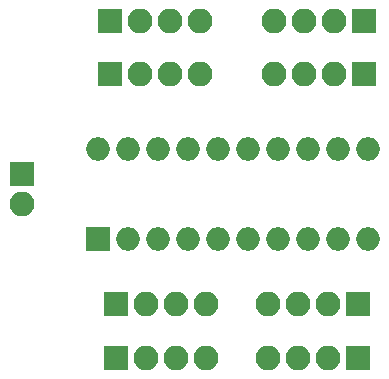
<source format=gbr>
G04 #@! TF.FileFunction,Soldermask,Top*
%FSLAX46Y46*%
G04 Gerber Fmt 4.6, Leading zero omitted, Abs format (unit mm)*
G04 Created by KiCad (PCBNEW 4.0.5) date Saturday, June 17, 2017 'PMt' 05:29:07 PM*
%MOMM*%
%LPD*%
G01*
G04 APERTURE LIST*
%ADD10C,0.100000*%
%ADD11R,2.000000X2.000000*%
%ADD12O,2.000000X2.000000*%
%ADD13R,2.100000X2.100000*%
%ADD14O,2.100000X2.100000*%
G04 APERTURE END LIST*
D10*
D11*
X110500000Y-103500000D03*
D12*
X133360000Y-95880000D03*
X113040000Y-103500000D03*
X130820000Y-95880000D03*
X115580000Y-103500000D03*
X128280000Y-95880000D03*
X118120000Y-103500000D03*
X125740000Y-95880000D03*
X120660000Y-103500000D03*
X123200000Y-95880000D03*
X123200000Y-103500000D03*
X120660000Y-95880000D03*
X125740000Y-103500000D03*
X118120000Y-95880000D03*
X128280000Y-103500000D03*
X115580000Y-95880000D03*
X130820000Y-103500000D03*
X113040000Y-95880000D03*
X133360000Y-103500000D03*
X110500000Y-95880000D03*
D13*
X104000000Y-98000000D03*
D14*
X104000000Y-100540000D03*
D13*
X111500000Y-89500000D03*
D14*
X114040000Y-89500000D03*
X116580000Y-89500000D03*
X119120000Y-89500000D03*
D13*
X132500000Y-109000000D03*
D14*
X129960000Y-109000000D03*
X127420000Y-109000000D03*
X124880000Y-109000000D03*
D13*
X111500000Y-85000000D03*
D14*
X114040000Y-85000000D03*
X116580000Y-85000000D03*
X119120000Y-85000000D03*
D13*
X132500000Y-113500000D03*
D14*
X129960000Y-113500000D03*
X127420000Y-113500000D03*
X124880000Y-113500000D03*
D13*
X112000000Y-109000000D03*
D14*
X114540000Y-109000000D03*
X117080000Y-109000000D03*
X119620000Y-109000000D03*
D13*
X133000000Y-89500000D03*
D14*
X130460000Y-89500000D03*
X127920000Y-89500000D03*
X125380000Y-89500000D03*
D13*
X112000000Y-113500000D03*
D14*
X114540000Y-113500000D03*
X117080000Y-113500000D03*
X119620000Y-113500000D03*
D13*
X133000000Y-85000000D03*
D14*
X130460000Y-85000000D03*
X127920000Y-85000000D03*
X125380000Y-85000000D03*
M02*

</source>
